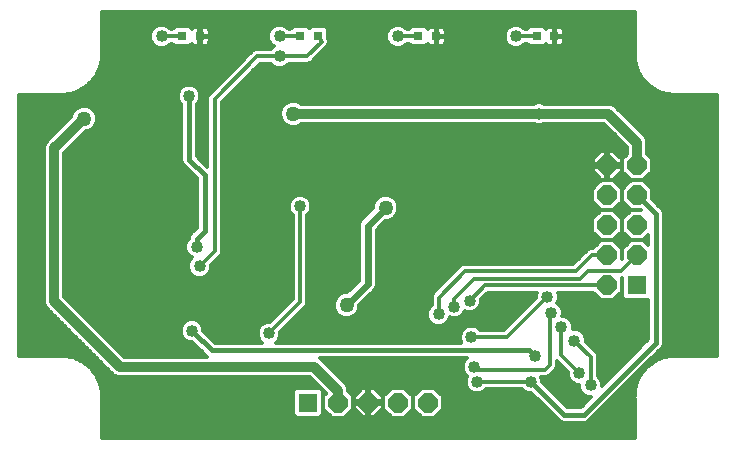
<source format=gbl>
G75*
G70*
%OFA0B0*%
%FSLAX24Y24*%
%IPPOS*%
%LPD*%
%AMOC8*
5,1,8,0,0,1.08239X$1,22.5*
%
%ADD10R,0.0315X0.0315*%
%ADD11R,0.0640X0.0640*%
%ADD12OC8,0.0640*%
%ADD13C,0.0120*%
%ADD14C,0.0400*%
%ADD15C,0.0450*%
%ADD16C,0.0500*%
%ADD17C,0.0240*%
%ADD18C,0.0320*%
%ADD19C,0.0160*%
D10*
X010005Y018199D03*
X010595Y018199D03*
X013942Y018199D03*
X014532Y018199D03*
X017879Y018199D03*
X018469Y018199D03*
X021816Y018199D03*
X022406Y018199D03*
D11*
X025170Y009900D03*
X014205Y005994D03*
D12*
X015205Y005994D03*
X016205Y005994D03*
X017205Y005994D03*
X018205Y005994D03*
X024170Y009900D03*
X024170Y010900D03*
X025170Y010900D03*
X025170Y011900D03*
X024170Y011900D03*
X024170Y012900D03*
X025170Y012900D03*
X025170Y013900D03*
X024170Y013900D03*
D13*
X007330Y006124D02*
X007330Y004796D01*
X025080Y004796D01*
X025080Y006124D01*
X025076Y006129D01*
X025080Y006197D01*
X025080Y006265D01*
X025086Y006271D01*
X025089Y006312D01*
X025081Y006324D01*
X025094Y006385D01*
X025098Y006446D01*
X025109Y006456D01*
X025120Y006503D01*
X025114Y006517D01*
X025135Y006574D01*
X025148Y006635D01*
X025161Y006643D01*
X025178Y006688D01*
X025174Y006702D01*
X025203Y006756D01*
X025225Y006814D01*
X025238Y006820D01*
X025261Y006863D01*
X025259Y006878D01*
X025296Y006927D01*
X025326Y006981D01*
X025340Y006985D01*
X025369Y007024D01*
X025369Y007039D01*
X025413Y007082D01*
X025450Y007132D01*
X025464Y007134D01*
X025498Y007168D01*
X025501Y007183D01*
X025550Y007220D01*
X025594Y007263D01*
X025608Y007263D01*
X025647Y007293D01*
X025651Y007307D01*
X025705Y007336D01*
X025755Y007373D01*
X025769Y007371D01*
X025812Y007394D01*
X025818Y007408D01*
X025876Y007429D01*
X025930Y007459D01*
X025944Y007455D01*
X025990Y007472D01*
X025998Y007484D01*
X026058Y007497D01*
X026116Y007519D01*
X026129Y007513D01*
X026177Y007523D01*
X026186Y007534D01*
X026248Y007539D01*
X026308Y007552D01*
X026320Y007544D01*
X026362Y007547D01*
X026367Y007552D01*
X026435Y007552D01*
X026503Y007557D01*
X026509Y007552D01*
X027836Y007552D01*
X027836Y016247D01*
X026509Y016247D01*
X026503Y016242D01*
X026435Y016247D01*
X026367Y016247D01*
X026362Y016252D01*
X026320Y016255D01*
X026308Y016247D01*
X026248Y016261D01*
X026186Y016265D01*
X026177Y016276D01*
X026129Y016286D01*
X026116Y016280D01*
X026058Y016302D01*
X025998Y016315D01*
X025990Y016327D01*
X025944Y016344D01*
X025930Y016340D01*
X025876Y016370D01*
X025818Y016391D01*
X025812Y016405D01*
X025769Y016428D01*
X025755Y016426D01*
X025705Y016463D01*
X025651Y016492D01*
X025647Y016506D01*
X025608Y016536D01*
X025594Y016536D01*
X025550Y016579D01*
X025501Y016616D01*
X025498Y016631D01*
X025464Y016665D01*
X025450Y016667D01*
X025413Y016717D01*
X025369Y016760D01*
X025369Y016775D01*
X025340Y016814D01*
X025326Y016818D01*
X025296Y016872D01*
X025259Y016921D01*
X025261Y016936D01*
X025238Y016979D01*
X025225Y016985D01*
X025203Y017043D01*
X025174Y017097D01*
X025178Y017111D01*
X025161Y017156D01*
X025148Y017164D01*
X025135Y017225D01*
X025114Y017282D01*
X025120Y017296D01*
X025109Y017343D01*
X025098Y017353D01*
X025094Y017414D01*
X025081Y017475D01*
X025089Y017487D01*
X025086Y017528D01*
X025080Y017534D01*
X025080Y017602D01*
X025076Y017670D01*
X025080Y017675D01*
X025080Y019003D01*
X007330Y019003D01*
X007330Y017675D01*
X007335Y017670D01*
X007330Y017602D01*
X007330Y017534D01*
X007325Y017528D01*
X007322Y017487D01*
X007330Y017475D01*
X007317Y017414D01*
X007312Y017353D01*
X007301Y017343D01*
X007291Y017296D01*
X007297Y017282D01*
X007276Y017225D01*
X007262Y017164D01*
X007250Y017156D01*
X007233Y017111D01*
X007237Y017097D01*
X007208Y017043D01*
X007186Y016985D01*
X007173Y016979D01*
X007149Y016936D01*
X007151Y016921D01*
X007115Y016872D01*
X007085Y016818D01*
X007071Y016814D01*
X007042Y016775D01*
X007042Y016760D01*
X006998Y016717D01*
X006961Y016667D01*
X006947Y016665D01*
X006912Y016631D01*
X006910Y016616D01*
X006861Y016579D01*
X006817Y016536D01*
X006802Y016536D01*
X006763Y016506D01*
X006759Y016492D01*
X006705Y016463D01*
X006656Y016426D01*
X006641Y016428D01*
X006599Y016405D01*
X006593Y016391D01*
X006535Y016370D01*
X006481Y016340D01*
X006467Y016344D01*
X006421Y016327D01*
X006413Y016315D01*
X006353Y016302D01*
X006295Y016280D01*
X006282Y016286D01*
X006234Y016276D01*
X006224Y016265D01*
X006163Y016261D01*
X006103Y016247D01*
X006090Y016255D01*
X006049Y016252D01*
X006044Y016247D01*
X005975Y016247D01*
X005908Y016242D01*
X005902Y016247D01*
X004574Y016247D01*
X004574Y007552D01*
X005902Y007552D01*
X005908Y007557D01*
X005975Y007552D01*
X006044Y007552D01*
X006049Y007547D01*
X006090Y007544D01*
X006103Y007552D01*
X006163Y007539D01*
X006224Y007534D01*
X006234Y007523D01*
X006282Y007513D01*
X006295Y007519D01*
X006353Y007497D01*
X006413Y007484D01*
X006421Y007472D01*
X006467Y007455D01*
X006481Y007459D01*
X006535Y007429D01*
X006593Y007408D01*
X006599Y007394D01*
X006641Y007371D01*
X006656Y007373D01*
X006705Y007336D01*
X006759Y007307D01*
X006763Y007293D01*
X006802Y007263D01*
X006817Y007263D01*
X006861Y007220D01*
X006910Y007183D01*
X006912Y007168D01*
X006947Y007134D01*
X006961Y007132D01*
X006998Y007082D01*
X007042Y007039D01*
X007042Y007024D01*
X007071Y006985D01*
X007085Y006981D01*
X007115Y006927D01*
X007151Y006878D01*
X007149Y006863D01*
X007173Y006820D01*
X007186Y006814D01*
X007208Y006756D01*
X007237Y006702D01*
X007233Y006688D01*
X007250Y006643D01*
X007262Y006635D01*
X007276Y006574D01*
X007297Y006517D01*
X007291Y006503D01*
X007301Y006456D01*
X007312Y006446D01*
X007317Y006385D01*
X007330Y006324D01*
X007322Y006312D01*
X007325Y006271D01*
X007330Y006265D01*
X007330Y006197D01*
X007335Y006129D01*
X007330Y006124D01*
X007333Y006157D02*
X013705Y006157D01*
X013705Y006039D02*
X007330Y006039D01*
X007330Y005920D02*
X013705Y005920D01*
X013705Y005801D02*
X007330Y005801D01*
X007330Y005683D02*
X013705Y005683D01*
X013705Y005599D02*
X013811Y005494D01*
X014600Y005494D01*
X014705Y005599D01*
X014705Y006389D01*
X014600Y006494D01*
X013811Y006494D01*
X013705Y006389D01*
X013705Y005599D01*
X013740Y005564D02*
X007330Y005564D01*
X007330Y005446D02*
X022501Y005446D01*
X022585Y005362D02*
X022680Y005323D01*
X022784Y005323D01*
X023343Y005323D01*
X023446Y005323D01*
X023542Y005362D01*
X026021Y007842D01*
X026061Y007937D01*
X026061Y008041D01*
X026061Y012321D01*
X026021Y012416D01*
X025948Y012489D01*
X025670Y012767D01*
X025670Y013107D01*
X025377Y013399D01*
X024963Y013399D01*
X024963Y013400D02*
X025377Y013400D01*
X025670Y013692D01*
X025670Y014107D01*
X025510Y014267D01*
X025510Y014585D01*
X025510Y014721D01*
X025458Y014846D01*
X024399Y015904D01*
X024274Y015956D01*
X024139Y015956D01*
X022066Y015956D01*
X021970Y015996D01*
X021819Y015996D01*
X021722Y015956D01*
X013975Y015956D01*
X013950Y015981D01*
X013792Y016046D01*
X013621Y016046D01*
X013463Y015981D01*
X013342Y015860D01*
X013277Y015702D01*
X013277Y015531D01*
X013342Y015372D01*
X013463Y015252D01*
X013621Y015186D01*
X013792Y015186D01*
X013950Y015252D01*
X013975Y015276D01*
X021722Y015276D01*
X021819Y015236D01*
X021970Y015236D01*
X022066Y015276D01*
X024066Y015276D01*
X024830Y014512D01*
X024830Y014267D01*
X024670Y014107D01*
X024670Y013692D01*
X024963Y013400D01*
X024963Y013399D02*
X024670Y013107D01*
X024377Y013399D01*
X023963Y013399D01*
X023670Y013107D01*
X023670Y012692D01*
X023963Y012400D01*
X024377Y012400D01*
X024670Y012692D01*
X024670Y013107D01*
X024670Y012692D01*
X024963Y012400D01*
X024963Y012399D02*
X024670Y012107D01*
X024377Y012399D01*
X023963Y012399D01*
X023670Y012107D01*
X023670Y011692D01*
X023963Y011400D01*
X024377Y011400D01*
X024670Y011692D01*
X024670Y012107D01*
X024670Y011692D01*
X024963Y011400D01*
X024963Y011399D02*
X024670Y011107D01*
X024377Y011399D01*
X023963Y011399D01*
X023703Y011139D01*
X023630Y011139D01*
X023542Y011103D01*
X023045Y010606D01*
X019473Y010606D01*
X019378Y010606D01*
X019290Y010569D01*
X018350Y009630D01*
X018314Y009542D01*
X018314Y009446D01*
X018314Y009229D01*
X018232Y009147D01*
X018174Y009007D01*
X018174Y008856D01*
X018232Y008716D01*
X018338Y008610D01*
X018478Y008552D01*
X018629Y008552D01*
X018769Y008610D01*
X018876Y008716D01*
X018926Y008837D01*
X018997Y008808D01*
X019148Y008808D01*
X019288Y008865D01*
X019395Y008972D01*
X019425Y009046D01*
X019506Y009012D01*
X019657Y009012D01*
X019797Y009070D01*
X019904Y009177D01*
X019962Y009317D01*
X019962Y009433D01*
X020188Y009660D01*
X021821Y009660D01*
X021796Y009598D01*
X021796Y009482D01*
X020732Y008419D01*
X019942Y008419D01*
X019860Y008501D01*
X019720Y008559D01*
X019569Y008559D01*
X019429Y008501D01*
X019322Y008394D01*
X019264Y008254D01*
X019264Y008103D01*
X019310Y007993D01*
X013121Y007993D01*
X013216Y008088D01*
X013274Y008228D01*
X013274Y008344D01*
X014136Y009205D01*
X014172Y009294D01*
X014172Y009389D01*
X014172Y012235D01*
X014254Y012317D01*
X014312Y012457D01*
X014312Y012608D01*
X014254Y012748D01*
X014147Y012855D01*
X014008Y012913D01*
X013856Y012913D01*
X013717Y012855D01*
X013610Y012748D01*
X013552Y012608D01*
X013552Y012457D01*
X013610Y012317D01*
X013692Y012235D01*
X013692Y009441D01*
X012935Y008684D01*
X012819Y008684D01*
X012679Y008626D01*
X012572Y008519D01*
X012514Y008379D01*
X012514Y008228D01*
X012572Y008088D01*
X012668Y007993D01*
X011090Y007993D01*
X010712Y008370D01*
X010712Y008458D01*
X010654Y008598D01*
X010547Y008705D01*
X010408Y008763D01*
X010256Y008763D01*
X010117Y008705D01*
X010010Y008598D01*
X009952Y008458D01*
X009952Y008307D01*
X010010Y008167D01*
X010117Y008060D01*
X010256Y008003D01*
X010344Y008003D01*
X010762Y007585D01*
X010824Y007523D01*
X008073Y007523D01*
X006077Y009519D01*
X006077Y014321D01*
X006783Y015028D01*
X006818Y015028D01*
X006976Y015093D01*
X007097Y015214D01*
X007162Y015372D01*
X007162Y015543D01*
X007097Y015701D01*
X006976Y015822D01*
X006818Y015888D01*
X006647Y015888D01*
X006489Y015822D01*
X006368Y015701D01*
X006302Y015543D01*
X006302Y015508D01*
X005544Y014751D01*
X005449Y014655D01*
X005397Y014530D01*
X005397Y009310D01*
X005449Y009185D01*
X005544Y009090D01*
X007740Y006894D01*
X007864Y006843D01*
X008000Y006843D01*
X014268Y006843D01*
X014807Y006303D01*
X014705Y006201D01*
X014705Y005787D01*
X014998Y005494D01*
X015412Y005494D01*
X015705Y005787D01*
X015705Y006201D01*
X015545Y006361D01*
X015545Y006453D01*
X015494Y006578D01*
X015398Y006674D01*
X014601Y007471D01*
X014597Y007473D01*
X019485Y007473D01*
X019410Y007398D01*
X019352Y007258D01*
X019352Y007107D01*
X019410Y006967D01*
X019501Y006876D01*
X019452Y006758D01*
X019452Y006607D01*
X019510Y006467D01*
X019617Y006360D01*
X019756Y006303D01*
X019908Y006303D01*
X020047Y006360D01*
X020130Y006443D01*
X021335Y006443D01*
X021417Y006360D01*
X021556Y006303D01*
X021644Y006303D01*
X022585Y005362D01*
X022669Y005327D02*
X007330Y005327D01*
X007330Y005209D02*
X025080Y005209D01*
X025080Y005327D02*
X023457Y005327D01*
X023625Y005446D02*
X025080Y005446D01*
X025080Y005564D02*
X023744Y005564D01*
X023862Y005683D02*
X025080Y005683D01*
X025080Y005801D02*
X023981Y005801D01*
X024099Y005920D02*
X025080Y005920D01*
X025080Y006039D02*
X024218Y006039D01*
X024337Y006157D02*
X025078Y006157D01*
X025086Y006276D02*
X024455Y006276D01*
X024574Y006394D02*
X025095Y006394D01*
X025115Y006513D02*
X024692Y006513D01*
X024811Y006631D02*
X025148Y006631D01*
X025200Y006750D02*
X024929Y006750D01*
X025048Y006868D02*
X025260Y006868D01*
X025341Y006987D02*
X025166Y006987D01*
X025285Y007105D02*
X025430Y007105D01*
X025403Y007224D02*
X025554Y007224D01*
X025522Y007343D02*
X025714Y007343D01*
X025641Y007461D02*
X025961Y007461D01*
X025759Y007580D02*
X027836Y007580D01*
X027836Y007698D02*
X025878Y007698D01*
X025996Y007817D02*
X027836Y007817D01*
X027836Y007935D02*
X026060Y007935D01*
X026061Y008054D02*
X027836Y008054D01*
X027836Y008172D02*
X026061Y008172D01*
X026061Y008291D02*
X027836Y008291D01*
X027836Y008409D02*
X026061Y008409D01*
X026061Y008528D02*
X027836Y008528D01*
X027836Y008647D02*
X026061Y008647D01*
X026061Y008765D02*
X027836Y008765D01*
X027836Y008884D02*
X026061Y008884D01*
X026061Y009002D02*
X027836Y009002D01*
X027836Y009121D02*
X026061Y009121D01*
X026061Y009239D02*
X027836Y009239D01*
X027836Y009358D02*
X026061Y009358D01*
X026061Y009476D02*
X027836Y009476D01*
X027836Y009595D02*
X026061Y009595D01*
X026061Y009713D02*
X027836Y009713D01*
X027836Y009832D02*
X026061Y009832D01*
X026061Y009951D02*
X027836Y009951D01*
X027836Y010069D02*
X026061Y010069D01*
X026061Y010188D02*
X027836Y010188D01*
X027836Y010306D02*
X026061Y010306D01*
X026061Y010425D02*
X027836Y010425D01*
X027836Y010543D02*
X026061Y010543D01*
X026061Y010662D02*
X027836Y010662D01*
X027836Y010780D02*
X026061Y010780D01*
X026061Y010899D02*
X027836Y010899D01*
X027836Y011017D02*
X026061Y011017D01*
X026061Y011136D02*
X027836Y011136D01*
X027836Y011254D02*
X026061Y011254D01*
X026061Y011373D02*
X027836Y011373D01*
X027836Y011492D02*
X026061Y011492D01*
X026061Y011610D02*
X027836Y011610D01*
X027836Y011729D02*
X026061Y011729D01*
X026061Y011847D02*
X027836Y011847D01*
X027836Y011966D02*
X026061Y011966D01*
X026061Y012084D02*
X027836Y012084D01*
X027836Y012203D02*
X026061Y012203D01*
X026060Y012321D02*
X027836Y012321D01*
X027836Y012440D02*
X025997Y012440D01*
X025948Y012489D02*
X025948Y012489D01*
X025879Y012558D02*
X027836Y012558D01*
X027836Y012677D02*
X025760Y012677D01*
X025670Y012796D02*
X027836Y012796D01*
X027836Y012914D02*
X025670Y012914D01*
X025670Y013033D02*
X027836Y013033D01*
X027836Y013151D02*
X025625Y013151D01*
X025507Y013270D02*
X027836Y013270D01*
X027836Y013388D02*
X025388Y013388D01*
X025484Y013507D02*
X027836Y013507D01*
X027836Y013625D02*
X025603Y013625D01*
X025670Y013744D02*
X027836Y013744D01*
X027836Y013862D02*
X025670Y013862D01*
X025670Y013981D02*
X027836Y013981D01*
X027836Y014100D02*
X025670Y014100D01*
X025558Y014218D02*
X027836Y014218D01*
X027836Y014337D02*
X025510Y014337D01*
X025510Y014455D02*
X027836Y014455D01*
X027836Y014574D02*
X025510Y014574D01*
X025510Y014692D02*
X027836Y014692D01*
X027836Y014811D02*
X025473Y014811D01*
X025374Y014929D02*
X027836Y014929D01*
X027836Y015048D02*
X025256Y015048D01*
X025137Y015166D02*
X027836Y015166D01*
X027836Y015285D02*
X025019Y015285D01*
X024900Y015404D02*
X027836Y015404D01*
X027836Y015522D02*
X024782Y015522D01*
X024663Y015641D02*
X027836Y015641D01*
X027836Y015759D02*
X024545Y015759D01*
X024426Y015878D02*
X027836Y015878D01*
X027836Y015996D02*
X013913Y015996D01*
X013501Y015996D02*
X011322Y015996D01*
X011322Y016008D02*
X012604Y017289D01*
X012955Y017289D01*
X013037Y017207D01*
X013177Y017149D01*
X013328Y017149D01*
X013468Y017207D01*
X013550Y017289D01*
X014110Y017289D01*
X014206Y017289D01*
X014294Y017326D01*
X014803Y017835D01*
X014823Y017848D01*
X014837Y017869D01*
X014854Y017886D01*
X014863Y017908D01*
X014876Y017928D01*
X014881Y017951D01*
X014890Y017974D01*
X014890Y017998D01*
X014895Y018021D01*
X014890Y018045D01*
X014890Y018069D01*
X014881Y018091D01*
X014876Y018115D01*
X014870Y018125D01*
X014870Y018431D01*
X014764Y018536D01*
X014300Y018536D01*
X014237Y018473D01*
X014174Y018536D01*
X013710Y018536D01*
X013612Y018439D01*
X013550Y018439D01*
X013468Y018521D01*
X013328Y018579D01*
X013177Y018579D01*
X013037Y018521D01*
X012930Y018414D01*
X012873Y018274D01*
X012873Y018123D01*
X012930Y017983D01*
X013037Y017877D01*
X013068Y017864D01*
X013037Y017852D01*
X012955Y017769D01*
X012457Y017769D01*
X012369Y017733D01*
X012301Y017665D01*
X010946Y016310D01*
X010879Y016243D01*
X010842Y016155D01*
X010842Y013851D01*
X010497Y014196D01*
X010497Y015527D01*
X010497Y015528D01*
X010497Y015580D01*
X010497Y015630D01*
X010496Y015630D01*
X010494Y015932D01*
X010554Y015992D01*
X010612Y016132D01*
X010612Y016283D01*
X010554Y016423D01*
X010447Y016530D01*
X010308Y016588D01*
X010156Y016588D01*
X010017Y016530D01*
X009910Y016423D01*
X009852Y016283D01*
X009852Y016132D01*
X009910Y015992D01*
X009974Y015928D01*
X009977Y015577D01*
X009977Y014140D01*
X009977Y014037D01*
X010016Y013941D01*
X010487Y013471D01*
X010487Y011816D01*
X010335Y011664D01*
X010262Y011591D01*
X010222Y011496D01*
X010222Y011460D01*
X010160Y011398D01*
X010102Y011258D01*
X010102Y011107D01*
X010160Y010967D01*
X010267Y010860D01*
X010342Y010829D01*
X010260Y010748D01*
X010202Y010608D01*
X010202Y010457D01*
X010260Y010317D01*
X010367Y010210D01*
X010506Y010153D01*
X010658Y010153D01*
X010797Y010210D01*
X010904Y010317D01*
X010962Y010457D01*
X010962Y010573D01*
X011218Y010829D01*
X011286Y010897D01*
X011322Y010985D01*
X011322Y016008D01*
X011322Y015878D02*
X013360Y015878D01*
X013301Y015759D02*
X011322Y015759D01*
X011322Y015641D02*
X013277Y015641D01*
X013280Y015522D02*
X011322Y015522D01*
X011322Y015404D02*
X013329Y015404D01*
X013430Y015285D02*
X011322Y015285D01*
X011322Y015166D02*
X024176Y015166D01*
X024294Y015048D02*
X011322Y015048D01*
X011322Y014929D02*
X024413Y014929D01*
X024531Y014811D02*
X011322Y014811D01*
X011322Y014692D02*
X024650Y014692D01*
X024768Y014574D02*
X011322Y014574D01*
X011322Y014455D02*
X024830Y014455D01*
X024830Y014337D02*
X024412Y014337D01*
X024369Y014379D02*
X024210Y014379D01*
X024210Y013940D01*
X024130Y013940D01*
X024130Y014379D01*
X023971Y014379D01*
X023690Y014098D01*
X023690Y013940D01*
X024130Y013940D01*
X024130Y013859D01*
X024210Y013859D01*
X024210Y013420D01*
X024369Y013420D01*
X024650Y013701D01*
X024650Y013859D01*
X024210Y013859D01*
X024210Y013940D01*
X024650Y013940D01*
X024650Y014098D01*
X024369Y014379D01*
X024210Y014337D02*
X024130Y014337D01*
X024130Y014218D02*
X024210Y014218D01*
X024210Y014100D02*
X024130Y014100D01*
X024130Y013981D02*
X024210Y013981D01*
X024210Y013862D02*
X024670Y013862D01*
X024670Y013744D02*
X024650Y013744D01*
X024575Y013625D02*
X024737Y013625D01*
X024856Y013507D02*
X024456Y013507D01*
X024388Y013388D02*
X024952Y013388D01*
X024833Y013270D02*
X024507Y013270D01*
X024625Y013151D02*
X024714Y013151D01*
X024670Y013033D02*
X024670Y013033D01*
X024670Y012914D02*
X024670Y012914D01*
X024670Y012796D02*
X024670Y012796D01*
X024685Y012677D02*
X024654Y012677D01*
X024536Y012558D02*
X024804Y012558D01*
X024922Y012440D02*
X024417Y012440D01*
X024455Y012321D02*
X024885Y012321D01*
X024963Y012399D02*
X025302Y012399D01*
X025302Y012400D01*
X024963Y012400D01*
X024766Y012203D02*
X024574Y012203D01*
X024670Y012084D02*
X024670Y012084D01*
X024670Y011966D02*
X024670Y011966D01*
X024670Y011847D02*
X024670Y011847D01*
X024670Y011729D02*
X024670Y011729D01*
X024588Y011610D02*
X024752Y011610D01*
X024871Y011492D02*
X024469Y011492D01*
X024403Y011373D02*
X024936Y011373D01*
X024963Y011399D02*
X025377Y011399D01*
X025541Y011236D01*
X025541Y011563D01*
X025377Y011400D01*
X024963Y011400D01*
X024818Y011254D02*
X024522Y011254D01*
X024641Y011136D02*
X024699Y011136D01*
X024670Y011107D02*
X024670Y010762D01*
X024670Y010762D01*
X024670Y011107D01*
X024670Y011017D02*
X024670Y011017D01*
X024670Y010899D02*
X024670Y010899D01*
X024670Y010780D02*
X024670Y010780D01*
X024170Y010900D02*
X023678Y010900D01*
X023144Y010366D01*
X019426Y010366D01*
X018554Y009494D01*
X018554Y008932D01*
X018896Y008765D02*
X021079Y008765D01*
X020960Y008647D02*
X018806Y008647D01*
X018302Y008647D02*
X013577Y008647D01*
X013695Y008765D02*
X018211Y008765D01*
X018174Y008884D02*
X015741Y008884D01*
X015726Y008868D02*
X015847Y008989D01*
X015912Y009147D01*
X015912Y009238D01*
X016352Y009678D01*
X016436Y009763D01*
X016482Y009873D01*
X016482Y011758D01*
X016776Y012053D01*
X016868Y012053D01*
X017026Y012118D01*
X017147Y012239D01*
X017212Y012397D01*
X017212Y012568D01*
X017147Y012726D01*
X017026Y012847D01*
X016868Y012913D01*
X016697Y012913D01*
X016539Y012847D01*
X016418Y012726D01*
X016352Y012568D01*
X016352Y012477D01*
X015928Y012053D01*
X015882Y011942D01*
X015882Y011823D01*
X015882Y010057D01*
X015488Y009663D01*
X015397Y009663D01*
X015239Y009597D01*
X015118Y009476D01*
X014172Y009476D01*
X014172Y009358D02*
X015069Y009358D01*
X015052Y009318D02*
X015052Y009147D01*
X015118Y008989D01*
X015239Y008868D01*
X015397Y008803D01*
X015568Y008803D01*
X015726Y008868D01*
X015852Y009002D02*
X018174Y009002D01*
X018221Y009121D02*
X015901Y009121D01*
X015913Y009239D02*
X018314Y009239D01*
X018314Y009358D02*
X016032Y009358D01*
X016150Y009476D02*
X018314Y009476D01*
X018336Y009595D02*
X016269Y009595D01*
X016387Y009713D02*
X018434Y009713D01*
X018552Y009832D02*
X016465Y009832D01*
X016482Y009951D02*
X018671Y009951D01*
X018789Y010069D02*
X016482Y010069D01*
X016482Y010188D02*
X018908Y010188D01*
X019026Y010306D02*
X016482Y010306D01*
X016482Y010425D02*
X019145Y010425D01*
X019263Y010543D02*
X016482Y010543D01*
X016482Y010662D02*
X023101Y010662D01*
X023219Y010780D02*
X016482Y010780D01*
X016482Y010899D02*
X023338Y010899D01*
X023456Y011017D02*
X016482Y011017D01*
X016482Y011136D02*
X023621Y011136D01*
X023818Y011254D02*
X016482Y011254D01*
X016482Y011373D02*
X023936Y011373D01*
X023871Y011492D02*
X016482Y011492D01*
X016482Y011610D02*
X023752Y011610D01*
X023670Y011729D02*
X016482Y011729D01*
X016571Y011847D02*
X023670Y011847D01*
X023670Y011966D02*
X016690Y011966D01*
X016944Y012084D02*
X023670Y012084D01*
X023766Y012203D02*
X017110Y012203D01*
X017181Y012321D02*
X023885Y012321D01*
X023922Y012440D02*
X017212Y012440D01*
X017212Y012558D02*
X023804Y012558D01*
X023685Y012677D02*
X017167Y012677D01*
X017077Y012796D02*
X023670Y012796D01*
X023670Y012914D02*
X011322Y012914D01*
X011322Y012796D02*
X013658Y012796D01*
X013581Y012677D02*
X011322Y012677D01*
X011322Y012558D02*
X013552Y012558D01*
X013559Y012440D02*
X011322Y012440D01*
X011322Y012321D02*
X013608Y012321D01*
X013692Y012203D02*
X011322Y012203D01*
X011322Y012084D02*
X013692Y012084D01*
X013692Y011966D02*
X011322Y011966D01*
X011322Y011847D02*
X013692Y011847D01*
X013692Y011729D02*
X011322Y011729D01*
X011322Y011610D02*
X013692Y011610D01*
X013692Y011492D02*
X011322Y011492D01*
X011322Y011373D02*
X013692Y011373D01*
X013692Y011254D02*
X011322Y011254D01*
X011322Y011136D02*
X013692Y011136D01*
X013692Y011017D02*
X011322Y011017D01*
X011286Y010899D02*
X013692Y010899D01*
X013692Y010780D02*
X011169Y010780D01*
X011051Y010662D02*
X013692Y010662D01*
X013692Y010543D02*
X010962Y010543D01*
X010949Y010425D02*
X013692Y010425D01*
X013692Y010306D02*
X010893Y010306D01*
X010742Y010188D02*
X013692Y010188D01*
X013692Y010069D02*
X006077Y010069D01*
X006077Y009951D02*
X013692Y009951D01*
X013692Y009832D02*
X006077Y009832D01*
X006077Y009713D02*
X013692Y009713D01*
X013692Y009595D02*
X006077Y009595D01*
X006119Y009476D02*
X013692Y009476D01*
X013609Y009358D02*
X006238Y009358D01*
X006356Y009239D02*
X013491Y009239D01*
X013372Y009121D02*
X006475Y009121D01*
X006593Y009002D02*
X013254Y009002D01*
X013135Y008884D02*
X006712Y008884D01*
X006830Y008765D02*
X013016Y008765D01*
X012729Y008647D02*
X010606Y008647D01*
X010683Y008528D02*
X012581Y008528D01*
X012527Y008409D02*
X010712Y008409D01*
X010791Y008291D02*
X012514Y008291D01*
X012537Y008172D02*
X010910Y008172D01*
X011029Y008054D02*
X012607Y008054D01*
X012894Y008304D02*
X013932Y009341D01*
X013932Y012533D01*
X014207Y012796D02*
X016487Y012796D01*
X016397Y012677D02*
X014284Y012677D01*
X014312Y012558D02*
X016352Y012558D01*
X016315Y012440D02*
X014305Y012440D01*
X014256Y012321D02*
X016197Y012321D01*
X016078Y012203D02*
X014172Y012203D01*
X014172Y012084D02*
X015960Y012084D01*
X015892Y011966D02*
X014172Y011966D01*
X014172Y011847D02*
X015882Y011847D01*
X015882Y011729D02*
X014172Y011729D01*
X014172Y011610D02*
X015882Y011610D01*
X015882Y011492D02*
X014172Y011492D01*
X014172Y011373D02*
X015882Y011373D01*
X015882Y011254D02*
X014172Y011254D01*
X014172Y011136D02*
X015882Y011136D01*
X015882Y011017D02*
X014172Y011017D01*
X014172Y010899D02*
X015882Y010899D01*
X015882Y010780D02*
X014172Y010780D01*
X014172Y010662D02*
X015882Y010662D01*
X015882Y010543D02*
X014172Y010543D01*
X014172Y010425D02*
X015882Y010425D01*
X015882Y010306D02*
X014172Y010306D01*
X014172Y010188D02*
X015882Y010188D01*
X015882Y010069D02*
X014172Y010069D01*
X014172Y009951D02*
X015776Y009951D01*
X015657Y009832D02*
X014172Y009832D01*
X014172Y009713D02*
X015539Y009713D01*
X015236Y009595D02*
X014172Y009595D01*
X014150Y009239D02*
X015052Y009239D01*
X015052Y009318D02*
X015118Y009476D01*
X015063Y009121D02*
X014051Y009121D01*
X013932Y009002D02*
X015112Y009002D01*
X015223Y008884D02*
X013814Y008884D01*
X013458Y008528D02*
X019495Y008528D01*
X019338Y008409D02*
X013340Y008409D01*
X013274Y008291D02*
X019280Y008291D01*
X019264Y008172D02*
X013251Y008172D01*
X013182Y008054D02*
X019285Y008054D01*
X019644Y008179D02*
X020832Y008179D01*
X022176Y009522D01*
X022530Y009660D02*
X023703Y009660D01*
X023963Y009400D01*
X024377Y009400D01*
X024670Y009692D01*
X024670Y010107D01*
X024650Y010126D01*
X024661Y010126D01*
X024670Y010130D01*
X024670Y009505D01*
X024775Y009400D01*
X025541Y009400D01*
X025541Y008097D01*
X023993Y006549D01*
X023993Y006639D01*
X023936Y006779D01*
X023853Y006861D01*
X023853Y007472D01*
X023853Y007568D01*
X023817Y007656D01*
X023456Y008017D01*
X023456Y008133D01*
X023398Y008273D01*
X023291Y008380D01*
X023152Y008438D01*
X023025Y008438D01*
X023025Y008571D01*
X022967Y008710D01*
X022860Y008817D01*
X022720Y008875D01*
X022675Y008875D01*
X022681Y008888D01*
X022681Y009039D01*
X022623Y009179D01*
X022516Y009286D01*
X022488Y009298D01*
X022498Y009307D01*
X022556Y009447D01*
X022556Y009598D01*
X022530Y009660D01*
X022556Y009595D02*
X023767Y009595D01*
X023886Y009476D02*
X022556Y009476D01*
X022519Y009358D02*
X025541Y009358D01*
X025541Y009239D02*
X022563Y009239D01*
X022647Y009121D02*
X025541Y009121D01*
X025541Y009002D02*
X022681Y009002D01*
X022679Y008884D02*
X025541Y008884D01*
X025541Y008765D02*
X022912Y008765D01*
X022993Y008647D02*
X025541Y008647D01*
X025541Y008528D02*
X023025Y008528D01*
X023219Y008409D02*
X025541Y008409D01*
X025541Y008291D02*
X023380Y008291D01*
X023440Y008172D02*
X025541Y008172D01*
X025498Y008054D02*
X023456Y008054D01*
X023538Y007935D02*
X025379Y007935D01*
X025261Y007817D02*
X023656Y007817D01*
X023775Y007698D02*
X025142Y007698D01*
X025024Y007580D02*
X023849Y007580D01*
X023853Y007461D02*
X024905Y007461D01*
X024787Y007343D02*
X023853Y007343D01*
X023853Y007224D02*
X024668Y007224D01*
X024550Y007105D02*
X023853Y007105D01*
X023853Y006987D02*
X024431Y006987D01*
X024312Y006868D02*
X023853Y006868D01*
X023948Y006750D02*
X024194Y006750D01*
X024075Y006631D02*
X023993Y006631D01*
X023613Y006564D02*
X023613Y007520D01*
X023076Y008058D01*
X022645Y008495D02*
X022645Y007570D01*
X023245Y006970D01*
X022865Y006987D02*
X022345Y006987D01*
X022237Y006879D02*
X022473Y007115D01*
X022509Y007203D01*
X022509Y007299D01*
X022509Y007366D01*
X022865Y007011D01*
X022865Y006894D01*
X022922Y006755D01*
X023029Y006648D01*
X023169Y006590D01*
X023233Y006590D01*
X023233Y006488D01*
X023291Y006349D01*
X023398Y006242D01*
X023538Y006184D01*
X023628Y006184D01*
X023287Y005843D01*
X022840Y005843D01*
X022012Y006670D01*
X022012Y006758D01*
X021977Y006843D01*
X022053Y006843D01*
X022149Y006843D01*
X022237Y006879D01*
X022211Y006868D02*
X022875Y006868D01*
X022927Y006750D02*
X022012Y006750D01*
X022051Y006631D02*
X023069Y006631D01*
X023233Y006513D02*
X022170Y006513D01*
X022288Y006394D02*
X023272Y006394D01*
X023364Y006276D02*
X022407Y006276D01*
X022525Y006157D02*
X023601Y006157D01*
X023483Y006039D02*
X022644Y006039D01*
X022762Y005920D02*
X023364Y005920D01*
X022383Y005564D02*
X018483Y005564D01*
X018412Y005494D02*
X017998Y005494D01*
X017705Y005787D01*
X017412Y005494D01*
X016998Y005494D01*
X016705Y005787D01*
X016705Y006201D01*
X016998Y006494D01*
X017412Y006494D01*
X017705Y006201D01*
X017705Y005787D01*
X017705Y006201D01*
X017998Y006494D01*
X018412Y006494D01*
X018705Y006201D01*
X018705Y005787D01*
X018412Y005494D01*
X018601Y005683D02*
X022264Y005683D01*
X022146Y005801D02*
X018705Y005801D01*
X018705Y005920D02*
X022027Y005920D01*
X021908Y006039D02*
X018705Y006039D01*
X018705Y006157D02*
X021790Y006157D01*
X021671Y006276D02*
X018631Y006276D01*
X018512Y006394D02*
X019583Y006394D01*
X019491Y006513D02*
X015521Y006513D01*
X015545Y006394D02*
X015927Y006394D01*
X016007Y006474D02*
X015725Y006193D01*
X015725Y006034D01*
X016165Y006034D01*
X016165Y005954D01*
X015725Y005954D01*
X015725Y005795D01*
X016007Y005514D01*
X016165Y005514D01*
X016165Y005954D01*
X016245Y005954D01*
X016245Y005514D01*
X016404Y005514D01*
X016685Y005795D01*
X016685Y005954D01*
X016246Y005954D01*
X016246Y006034D01*
X016685Y006034D01*
X016685Y006193D01*
X016404Y006474D01*
X016245Y006474D01*
X016245Y006034D01*
X016165Y006034D01*
X016165Y006474D01*
X016007Y006474D01*
X016165Y006394D02*
X016245Y006394D01*
X016245Y006276D02*
X016165Y006276D01*
X016165Y006157D02*
X016245Y006157D01*
X016245Y006039D02*
X016165Y006039D01*
X016165Y005920D02*
X016245Y005920D01*
X016245Y005801D02*
X016165Y005801D01*
X016165Y005683D02*
X016245Y005683D01*
X016245Y005564D02*
X016165Y005564D01*
X015956Y005564D02*
X015483Y005564D01*
X015601Y005683D02*
X015838Y005683D01*
X015725Y005801D02*
X015705Y005801D01*
X015705Y005920D02*
X015725Y005920D01*
X015725Y006039D02*
X015705Y006039D01*
X015705Y006157D02*
X015725Y006157D01*
X015808Y006276D02*
X015631Y006276D01*
X015441Y006631D02*
X019452Y006631D01*
X019452Y006750D02*
X015322Y006750D01*
X015203Y006868D02*
X019498Y006868D01*
X019402Y006987D02*
X015085Y006987D01*
X014966Y007105D02*
X019353Y007105D01*
X019352Y007224D02*
X014848Y007224D01*
X014729Y007343D02*
X019387Y007343D01*
X019473Y007461D02*
X014611Y007461D01*
X014360Y006750D02*
X007211Y006750D01*
X007263Y006631D02*
X014479Y006631D01*
X014598Y006513D02*
X007295Y006513D01*
X007316Y006394D02*
X013711Y006394D01*
X013705Y006276D02*
X007325Y006276D01*
X007150Y006868D02*
X007802Y006868D01*
X007647Y006987D02*
X007070Y006987D01*
X006981Y007105D02*
X007528Y007105D01*
X007410Y007224D02*
X006857Y007224D01*
X006697Y007343D02*
X007291Y007343D01*
X007173Y007461D02*
X006450Y007461D01*
X006936Y007698D02*
X004574Y007698D01*
X004574Y007580D02*
X007054Y007580D01*
X006817Y007817D02*
X004574Y007817D01*
X004574Y007935D02*
X006699Y007935D01*
X006580Y008054D02*
X004574Y008054D01*
X004574Y008172D02*
X006462Y008172D01*
X006343Y008291D02*
X004574Y008291D01*
X004574Y008409D02*
X006224Y008409D01*
X006106Y008528D02*
X004574Y008528D01*
X004574Y008647D02*
X005987Y008647D01*
X005869Y008765D02*
X004574Y008765D01*
X004574Y008884D02*
X005750Y008884D01*
X005632Y009002D02*
X004574Y009002D01*
X004574Y009121D02*
X005513Y009121D01*
X005426Y009239D02*
X004574Y009239D01*
X004574Y009358D02*
X005397Y009358D01*
X005397Y009476D02*
X004574Y009476D01*
X004574Y009595D02*
X005397Y009595D01*
X005397Y009713D02*
X004574Y009713D01*
X004574Y009832D02*
X005397Y009832D01*
X005397Y009951D02*
X004574Y009951D01*
X004574Y010069D02*
X005397Y010069D01*
X005397Y010188D02*
X004574Y010188D01*
X004574Y010306D02*
X005397Y010306D01*
X005397Y010425D02*
X004574Y010425D01*
X004574Y010543D02*
X005397Y010543D01*
X005397Y010662D02*
X004574Y010662D01*
X004574Y010780D02*
X005397Y010780D01*
X005397Y010899D02*
X004574Y010899D01*
X004574Y011017D02*
X005397Y011017D01*
X005397Y011136D02*
X004574Y011136D01*
X004574Y011254D02*
X005397Y011254D01*
X005397Y011373D02*
X004574Y011373D01*
X004574Y011492D02*
X005397Y011492D01*
X005397Y011610D02*
X004574Y011610D01*
X004574Y011729D02*
X005397Y011729D01*
X005397Y011847D02*
X004574Y011847D01*
X004574Y011966D02*
X005397Y011966D01*
X005397Y012084D02*
X004574Y012084D01*
X004574Y012203D02*
X005397Y012203D01*
X005397Y012321D02*
X004574Y012321D01*
X004574Y012440D02*
X005397Y012440D01*
X005397Y012558D02*
X004574Y012558D01*
X004574Y012677D02*
X005397Y012677D01*
X005397Y012796D02*
X004574Y012796D01*
X004574Y012914D02*
X005397Y012914D01*
X005397Y013033D02*
X004574Y013033D01*
X004574Y013151D02*
X005397Y013151D01*
X005397Y013270D02*
X004574Y013270D01*
X004574Y013388D02*
X005397Y013388D01*
X005397Y013507D02*
X004574Y013507D01*
X004574Y013625D02*
X005397Y013625D01*
X005397Y013744D02*
X004574Y013744D01*
X004574Y013862D02*
X005397Y013862D01*
X005397Y013981D02*
X004574Y013981D01*
X004574Y014100D02*
X005397Y014100D01*
X005397Y014218D02*
X004574Y014218D01*
X004574Y014337D02*
X005397Y014337D01*
X005397Y014455D02*
X004574Y014455D01*
X004574Y014574D02*
X005415Y014574D01*
X005486Y014692D02*
X004574Y014692D01*
X004574Y014811D02*
X005605Y014811D01*
X005723Y014929D02*
X004574Y014929D01*
X004574Y015048D02*
X005842Y015048D01*
X005960Y015166D02*
X004574Y015166D01*
X004574Y015285D02*
X006079Y015285D01*
X006197Y015404D02*
X004574Y015404D01*
X004574Y015522D02*
X006302Y015522D01*
X006343Y015641D02*
X004574Y015641D01*
X004574Y015759D02*
X006426Y015759D01*
X006623Y015878D02*
X004574Y015878D01*
X004574Y015996D02*
X009908Y015996D01*
X009859Y016115D02*
X004574Y016115D01*
X004574Y016233D02*
X009852Y016233D01*
X009881Y016352D02*
X006502Y016352D01*
X006719Y016470D02*
X009958Y016470D01*
X010507Y016470D02*
X011106Y016470D01*
X010988Y016352D02*
X010584Y016352D01*
X010612Y016233D02*
X010875Y016233D01*
X010946Y016310D02*
X010946Y016310D01*
X010842Y016115D02*
X010605Y016115D01*
X010556Y015996D02*
X010842Y015996D01*
X010842Y015878D02*
X010495Y015878D01*
X010495Y015759D02*
X010842Y015759D01*
X010842Y015641D02*
X010496Y015641D01*
X010497Y015522D02*
X010842Y015522D01*
X010842Y015404D02*
X010497Y015404D01*
X010497Y015285D02*
X010842Y015285D01*
X010842Y015166D02*
X010497Y015166D01*
X010497Y015048D02*
X010842Y015048D01*
X010842Y014929D02*
X010497Y014929D01*
X010497Y014811D02*
X010842Y014811D01*
X010842Y014692D02*
X010497Y014692D01*
X010497Y014574D02*
X010842Y014574D01*
X010842Y014455D02*
X010497Y014455D01*
X010497Y014337D02*
X010842Y014337D01*
X010842Y014218D02*
X010497Y014218D01*
X010594Y014100D02*
X010842Y014100D01*
X010842Y013981D02*
X010712Y013981D01*
X010831Y013862D02*
X010842Y013862D01*
X011322Y013862D02*
X024130Y013862D01*
X024130Y013859D02*
X023690Y013859D01*
X023690Y013701D01*
X023971Y013420D01*
X024130Y013420D01*
X024130Y013859D01*
X024130Y013744D02*
X024210Y013744D01*
X024210Y013625D02*
X024130Y013625D01*
X024130Y013507D02*
X024210Y013507D01*
X023952Y013388D02*
X011322Y013388D01*
X011322Y013270D02*
X023833Y013270D01*
X023714Y013151D02*
X011322Y013151D01*
X011322Y013033D02*
X023670Y013033D01*
X023884Y013507D02*
X011322Y013507D01*
X011322Y013625D02*
X023765Y013625D01*
X023690Y013744D02*
X011322Y013744D01*
X011322Y013981D02*
X023690Y013981D01*
X023691Y014100D02*
X011322Y014100D01*
X011322Y014218D02*
X023810Y014218D01*
X023928Y014337D02*
X011322Y014337D01*
X010214Y013744D02*
X006077Y013744D01*
X006077Y013862D02*
X010095Y013862D01*
X010000Y013981D02*
X006077Y013981D01*
X006077Y014100D02*
X009977Y014100D01*
X009977Y014218D02*
X006077Y014218D01*
X006092Y014337D02*
X009977Y014337D01*
X009977Y014455D02*
X006210Y014455D01*
X006329Y014574D02*
X009977Y014574D01*
X009977Y014692D02*
X006448Y014692D01*
X006566Y014811D02*
X009977Y014811D01*
X009977Y014929D02*
X006685Y014929D01*
X006867Y015048D02*
X009977Y015048D01*
X009977Y015166D02*
X007049Y015166D01*
X007126Y015285D02*
X009977Y015285D01*
X009977Y015404D02*
X007162Y015404D01*
X007162Y015522D02*
X009977Y015522D01*
X009976Y015641D02*
X007122Y015641D01*
X007039Y015759D02*
X009975Y015759D01*
X009975Y015878D02*
X006841Y015878D01*
X006874Y016589D02*
X011225Y016589D01*
X011343Y016707D02*
X006991Y016707D01*
X007089Y016826D02*
X011462Y016826D01*
X011580Y016945D02*
X007154Y016945D01*
X007219Y017063D02*
X011699Y017063D01*
X011817Y017182D02*
X007266Y017182D01*
X007292Y017300D02*
X011936Y017300D01*
X012054Y017419D02*
X007318Y017419D01*
X007330Y017537D02*
X012173Y017537D01*
X012292Y017656D02*
X007334Y017656D01*
X007330Y017774D02*
X012960Y017774D01*
X013021Y017893D02*
X010816Y017893D01*
X010814Y017892D02*
X010851Y017913D01*
X010881Y017943D01*
X010902Y017979D01*
X010913Y018020D01*
X010913Y018180D01*
X010614Y018180D01*
X010614Y018217D01*
X010913Y018217D01*
X010913Y018377D01*
X010902Y018418D01*
X010881Y018454D01*
X010851Y018484D01*
X010814Y018505D01*
X010774Y018516D01*
X010614Y018516D01*
X010614Y018218D01*
X010576Y018218D01*
X010576Y018516D01*
X010417Y018516D01*
X010376Y018505D01*
X010339Y018484D01*
X010314Y018459D01*
X010237Y018536D01*
X009773Y018536D01*
X009675Y018439D01*
X009613Y018439D01*
X009531Y018521D01*
X009391Y018579D01*
X009240Y018579D01*
X009100Y018521D01*
X008993Y018414D01*
X008936Y018274D01*
X008936Y018123D01*
X008993Y017983D01*
X009100Y017877D01*
X009240Y017819D01*
X009391Y017819D01*
X009531Y017877D01*
X009613Y017959D01*
X009675Y017959D01*
X009773Y017861D01*
X010237Y017861D01*
X010314Y017939D01*
X010339Y017913D01*
X010376Y017892D01*
X010417Y017881D01*
X010576Y017881D01*
X010576Y018180D01*
X010614Y018180D01*
X010614Y017881D01*
X010774Y017881D01*
X010814Y017892D01*
X010910Y018011D02*
X012919Y018011D01*
X012873Y018130D02*
X010913Y018130D01*
X010913Y018249D02*
X012873Y018249D01*
X012911Y018367D02*
X010913Y018367D01*
X010848Y018486D02*
X013002Y018486D01*
X013253Y018199D02*
X013942Y018199D01*
X014224Y018486D02*
X014250Y018486D01*
X014532Y018199D02*
X014650Y018022D01*
X014158Y017529D01*
X013253Y017529D01*
X012505Y017529D01*
X011082Y016107D01*
X011082Y011033D01*
X010582Y010533D01*
X010202Y010543D02*
X006077Y010543D01*
X006077Y010425D02*
X010215Y010425D01*
X010271Y010306D02*
X006077Y010306D01*
X006077Y010188D02*
X010422Y010188D01*
X010224Y010662D02*
X006077Y010662D01*
X006077Y010780D02*
X010292Y010780D01*
X010228Y010899D02*
X006077Y010899D01*
X006077Y011017D02*
X010139Y011017D01*
X010102Y011136D02*
X006077Y011136D01*
X006077Y011254D02*
X010102Y011254D01*
X010150Y011373D02*
X006077Y011373D01*
X006077Y011492D02*
X010222Y011492D01*
X010281Y011610D02*
X006077Y011610D01*
X006077Y011729D02*
X010399Y011729D01*
X010487Y011847D02*
X006077Y011847D01*
X006077Y011966D02*
X010487Y011966D01*
X010487Y012084D02*
X006077Y012084D01*
X006077Y012203D02*
X010487Y012203D01*
X010487Y012321D02*
X006077Y012321D01*
X006077Y012440D02*
X010487Y012440D01*
X010487Y012558D02*
X006077Y012558D01*
X006077Y012677D02*
X010487Y012677D01*
X010487Y012796D02*
X006077Y012796D01*
X006077Y012914D02*
X010487Y012914D01*
X010487Y013033D02*
X006077Y013033D01*
X006077Y013151D02*
X010487Y013151D01*
X010487Y013270D02*
X006077Y013270D01*
X006077Y013388D02*
X010487Y013388D01*
X010451Y013507D02*
X006077Y013507D01*
X006077Y013625D02*
X010332Y013625D01*
X011429Y016115D02*
X027836Y016115D01*
X027836Y016233D02*
X011548Y016233D01*
X011666Y016352D02*
X025909Y016352D01*
X025691Y016470D02*
X011785Y016470D01*
X011903Y016589D02*
X025537Y016589D01*
X025419Y016707D02*
X012022Y016707D01*
X012141Y016826D02*
X025321Y016826D01*
X025257Y016945D02*
X012259Y016945D01*
X012378Y017063D02*
X025192Y017063D01*
X025144Y017182D02*
X013406Y017182D01*
X013099Y017182D02*
X012496Y017182D01*
X012301Y017665D02*
X012301Y017665D01*
X013503Y018486D02*
X013659Y018486D01*
X014815Y018486D02*
X016939Y018486D01*
X016974Y018521D02*
X016867Y018414D01*
X016810Y018274D01*
X016810Y018123D01*
X016867Y017983D01*
X016974Y017877D01*
X017114Y017819D01*
X017265Y017819D01*
X017405Y017877D01*
X017487Y017959D01*
X017549Y017959D01*
X017647Y017861D01*
X018111Y017861D01*
X018188Y017939D01*
X018213Y017913D01*
X018250Y017892D01*
X018291Y017881D01*
X018450Y017881D01*
X018450Y018180D01*
X018488Y018180D01*
X018488Y018217D01*
X018787Y018217D01*
X018787Y018377D01*
X018776Y018418D01*
X018755Y018454D01*
X018725Y018484D01*
X018688Y018505D01*
X018648Y018516D01*
X018488Y018516D01*
X018488Y018218D01*
X018450Y018218D01*
X018450Y018516D01*
X018291Y018516D01*
X018250Y018505D01*
X018213Y018484D01*
X018188Y018459D01*
X018111Y018536D01*
X017647Y018536D01*
X017549Y018439D01*
X017487Y018439D01*
X017405Y018521D01*
X017265Y018579D01*
X017114Y018579D01*
X016974Y018521D01*
X016848Y018367D02*
X014870Y018367D01*
X014870Y018249D02*
X016810Y018249D01*
X016810Y018130D02*
X014870Y018130D01*
X014893Y018011D02*
X016856Y018011D01*
X016958Y017893D02*
X014857Y017893D01*
X014742Y017774D02*
X025080Y017774D01*
X025077Y017656D02*
X014624Y017656D01*
X014505Y017537D02*
X025080Y017537D01*
X025093Y017419D02*
X014387Y017419D01*
X014232Y017300D02*
X025119Y017300D01*
X025080Y017893D02*
X022627Y017893D01*
X022625Y017892D02*
X022662Y017913D01*
X022692Y017943D01*
X022713Y017979D01*
X022724Y018020D01*
X022724Y018180D01*
X022425Y018180D01*
X022425Y018217D01*
X022724Y018217D01*
X022724Y018377D01*
X022713Y018418D01*
X022692Y018454D01*
X022662Y018484D01*
X022625Y018505D01*
X022585Y018516D01*
X022425Y018516D01*
X022425Y018218D01*
X022387Y018218D01*
X022387Y018516D01*
X022228Y018516D01*
X022187Y018505D01*
X022150Y018484D01*
X022125Y018459D01*
X022048Y018536D01*
X021584Y018536D01*
X021486Y018439D01*
X021424Y018439D01*
X021342Y018521D01*
X021202Y018579D01*
X021051Y018579D01*
X020911Y018521D01*
X020804Y018414D01*
X020747Y018274D01*
X020747Y018123D01*
X020804Y017983D01*
X020911Y017877D01*
X021051Y017819D01*
X021202Y017819D01*
X021342Y017877D01*
X021424Y017959D01*
X021486Y017959D01*
X021584Y017861D01*
X022048Y017861D01*
X022125Y017939D01*
X022150Y017913D01*
X022187Y017892D01*
X022228Y017881D01*
X022387Y017881D01*
X022387Y018180D01*
X022425Y018180D01*
X022425Y017881D01*
X022585Y017881D01*
X022625Y017892D01*
X022721Y018011D02*
X025080Y018011D01*
X025080Y018130D02*
X022724Y018130D01*
X022724Y018249D02*
X025080Y018249D01*
X025080Y018367D02*
X022724Y018367D01*
X022659Y018486D02*
X025080Y018486D01*
X025080Y018604D02*
X007330Y018604D01*
X007330Y018486D02*
X009065Y018486D01*
X008974Y018367D02*
X007330Y018367D01*
X007330Y018249D02*
X008936Y018249D01*
X008936Y018130D02*
X007330Y018130D01*
X007330Y018011D02*
X008982Y018011D01*
X009084Y017893D02*
X007330Y017893D01*
X007330Y018723D02*
X025080Y018723D01*
X025080Y018841D02*
X007330Y018841D01*
X007330Y018960D02*
X025080Y018960D01*
X022425Y018486D02*
X022387Y018486D01*
X022387Y018367D02*
X022425Y018367D01*
X022425Y018249D02*
X022387Y018249D01*
X022387Y018130D02*
X022425Y018130D01*
X022425Y018011D02*
X022387Y018011D01*
X022387Y017893D02*
X022425Y017893D01*
X022186Y017893D02*
X022079Y017893D01*
X021816Y018199D02*
X021127Y018199D01*
X021377Y018486D02*
X021533Y018486D01*
X020876Y018486D02*
X018722Y018486D01*
X018787Y018367D02*
X020785Y018367D01*
X020747Y018249D02*
X018787Y018249D01*
X018787Y018180D02*
X018488Y018180D01*
X018488Y017881D01*
X018648Y017881D01*
X018688Y017892D01*
X018725Y017913D01*
X018755Y017943D01*
X018776Y017979D01*
X018787Y018020D01*
X018787Y018180D01*
X018787Y018130D02*
X020747Y018130D01*
X020793Y018011D02*
X018784Y018011D01*
X018690Y017893D02*
X020895Y017893D01*
X021358Y017893D02*
X021552Y017893D01*
X022098Y018486D02*
X022153Y018486D01*
X018488Y018486D02*
X018450Y018486D01*
X018450Y018367D02*
X018488Y018367D01*
X018488Y018249D02*
X018450Y018249D01*
X018450Y018130D02*
X018488Y018130D01*
X018488Y018011D02*
X018450Y018011D01*
X018450Y017893D02*
X018488Y017893D01*
X018249Y017893D02*
X018142Y017893D01*
X017615Y017893D02*
X017421Y017893D01*
X017190Y018199D02*
X017879Y018199D01*
X018161Y018486D02*
X018216Y018486D01*
X017596Y018486D02*
X017440Y018486D01*
X010614Y018486D02*
X010576Y018486D01*
X010576Y018367D02*
X010614Y018367D01*
X010614Y018249D02*
X010576Y018249D01*
X010576Y018130D02*
X010614Y018130D01*
X010614Y018011D02*
X010576Y018011D01*
X010576Y017893D02*
X010614Y017893D01*
X010375Y017893D02*
X010268Y017893D01*
X009741Y017893D02*
X009547Y017893D01*
X009316Y018199D02*
X010005Y018199D01*
X010287Y018486D02*
X010342Y018486D01*
X009722Y018486D02*
X009566Y018486D01*
X023269Y010116D02*
X023519Y010366D01*
X024613Y010366D01*
X025147Y010900D01*
X025170Y010900D01*
X025522Y011254D02*
X025541Y011254D01*
X025541Y011373D02*
X025403Y011373D01*
X025469Y011492D02*
X025541Y011492D01*
X024670Y010069D02*
X024670Y010069D01*
X024670Y009951D02*
X024670Y009951D01*
X024670Y009832D02*
X024670Y009832D01*
X024670Y009713D02*
X024670Y009713D01*
X024670Y009595D02*
X024572Y009595D01*
X024454Y009476D02*
X024699Y009476D01*
X024170Y009900D02*
X020089Y009900D01*
X019582Y009392D01*
X019848Y009121D02*
X021435Y009121D01*
X021553Y009239D02*
X019930Y009239D01*
X019962Y009358D02*
X021672Y009358D01*
X021790Y009476D02*
X020005Y009476D01*
X020124Y009595D02*
X021796Y009595D01*
X021316Y009002D02*
X019407Y009002D01*
X019306Y008884D02*
X021197Y008884D01*
X020842Y008528D02*
X019794Y008528D01*
X019073Y009188D02*
X019073Y009451D01*
X019738Y010116D01*
X023269Y010116D01*
X022301Y008964D02*
X022301Y008960D01*
X022269Y008929D01*
X022269Y007251D01*
X022101Y007083D01*
X019832Y007083D01*
X019732Y007183D01*
X019832Y006683D02*
X021632Y006683D01*
X021383Y006394D02*
X020081Y006394D01*
X017898Y006394D02*
X017512Y006394D01*
X017631Y006276D02*
X017780Y006276D01*
X017705Y006157D02*
X017705Y006157D01*
X017705Y006039D02*
X017705Y006039D01*
X017705Y005920D02*
X017705Y005920D01*
X017705Y005801D02*
X017705Y005801D01*
X017601Y005683D02*
X017809Y005683D01*
X017928Y005564D02*
X017483Y005564D01*
X016928Y005564D02*
X016455Y005564D01*
X016573Y005683D02*
X016809Y005683D01*
X016705Y005801D02*
X016685Y005801D01*
X016685Y005920D02*
X016705Y005920D01*
X016705Y006039D02*
X016685Y006039D01*
X016685Y006157D02*
X016705Y006157D01*
X016780Y006276D02*
X016602Y006276D01*
X016484Y006394D02*
X016898Y006394D01*
X014780Y006276D02*
X014705Y006276D01*
X014700Y006394D02*
X014716Y006394D01*
X014705Y006157D02*
X014705Y006157D01*
X014705Y006039D02*
X014705Y006039D01*
X014705Y005920D02*
X014705Y005920D01*
X014705Y005801D02*
X014705Y005801D01*
X014705Y005683D02*
X014809Y005683D01*
X014928Y005564D02*
X014670Y005564D01*
X010767Y007580D02*
X008016Y007580D01*
X007897Y007698D02*
X010649Y007698D01*
X010530Y007817D02*
X007779Y007817D01*
X007660Y007935D02*
X010412Y007935D01*
X010133Y008054D02*
X007542Y008054D01*
X007423Y008172D02*
X010008Y008172D01*
X009959Y008291D02*
X007305Y008291D01*
X007186Y008409D02*
X009952Y008409D01*
X009981Y008528D02*
X007067Y008528D01*
X006949Y008647D02*
X010059Y008647D01*
X007330Y005090D02*
X025080Y005090D01*
X025080Y004972D02*
X007330Y004972D01*
X007330Y004853D02*
X025080Y004853D01*
X022770Y007105D02*
X022463Y007105D01*
X022509Y007224D02*
X022651Y007224D01*
X022533Y007343D02*
X022509Y007343D01*
X024650Y013981D02*
X024670Y013981D01*
X024670Y014100D02*
X024649Y014100D01*
X024530Y014218D02*
X024781Y014218D01*
D14*
X026692Y014773D03*
X027623Y016033D03*
X023494Y018199D03*
X024867Y018789D03*
X021127Y018199D03*
X021127Y017393D03*
X022884Y016193D03*
X021894Y015616D03*
X022414Y014283D03*
X019742Y013848D03*
X017582Y014241D03*
X015032Y014908D03*
X013720Y014908D03*
X012532Y015283D03*
X013720Y016220D03*
X013253Y017529D03*
X013253Y018199D03*
X011394Y017616D03*
X009316Y018199D03*
X007544Y018789D03*
X010232Y016208D03*
X007832Y015241D03*
X007144Y014241D03*
X004788Y016033D03*
X010200Y013533D03*
X011545Y014283D03*
X013932Y012533D03*
X014732Y013783D03*
X011682Y012083D03*
X010482Y011183D03*
X010582Y010533D03*
X011782Y010583D03*
X010582Y009683D03*
X011382Y008633D03*
X010332Y008383D03*
X009732Y008583D03*
X007722Y009153D03*
X007300Y010325D03*
X008522Y010793D03*
X006926Y011366D03*
X012894Y008304D03*
X013519Y008366D03*
X011087Y006585D03*
X009709Y006585D03*
X007544Y005010D03*
X004788Y007766D03*
X013482Y011083D03*
X015482Y010683D03*
X016982Y010383D03*
X016932Y011583D03*
X019582Y009392D03*
X019073Y009188D03*
X018554Y008932D03*
X019644Y008179D03*
X019732Y007183D03*
X019832Y006683D03*
X018986Y007122D03*
X017282Y008333D03*
X021632Y006683D03*
X021776Y007533D03*
X023076Y008058D03*
X022645Y008495D03*
X022301Y008964D03*
X022176Y009522D03*
X024700Y007860D03*
X023245Y006970D03*
X023613Y006564D03*
X023271Y005975D03*
X024867Y005010D03*
X020394Y005616D03*
X026677Y009131D03*
X027623Y007766D03*
X026652Y011430D03*
X026672Y013420D03*
X021970Y011345D03*
X021601Y012283D03*
X018769Y016304D03*
X016644Y017366D03*
X017190Y018199D03*
D15*
X022851Y012595D03*
X015019Y007304D03*
D16*
X015482Y009233D03*
X016782Y012483D03*
X013707Y015616D03*
X006732Y015458D03*
D17*
X016182Y011883D02*
X016782Y012483D01*
X016182Y011883D02*
X016182Y009933D01*
X015482Y009233D01*
D18*
X014409Y007183D02*
X015205Y006386D01*
X015205Y005994D01*
X014409Y007183D02*
X007932Y007183D01*
X005737Y009378D01*
X005737Y014462D01*
X006732Y015458D01*
X013707Y015616D02*
X021894Y015616D01*
X024207Y015616D01*
X025170Y014653D01*
X025170Y013900D01*
D19*
X025170Y012900D02*
X025801Y012269D01*
X025801Y007989D01*
X023394Y005583D01*
X022732Y005583D01*
X021632Y006683D01*
X021776Y007533D02*
X021576Y007733D01*
X010982Y007733D01*
X010332Y008383D01*
X010482Y011183D02*
X010482Y011444D01*
X010747Y011709D01*
X010747Y013579D01*
X010237Y014089D01*
X010237Y015578D01*
X010232Y016208D01*
M02*

</source>
